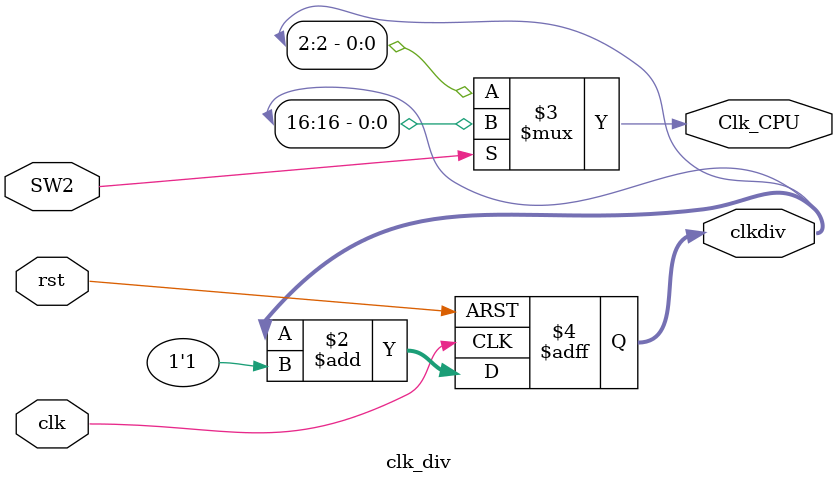
<source format=v>
`timescale 1ns / 1ps
module clk_div(input clk,
					input rst,
					input SW2,
					output reg[31:0]clkdiv,
					output Clk_CPU
					);
					
// Clock divider-Ê±ÖÓ·ÖÆµÆ÷


	//clkdiv -- 50MHz
	always @ (posedge clk or posedge rst) begin 
		if (rst) clkdiv <= 0; else clkdiv <= clkdiv + 1'b1; 
	end
		
	assign Clk_CPU=(SW2)? clkdiv[16] : clkdiv[2];
		
endmodule

</source>
